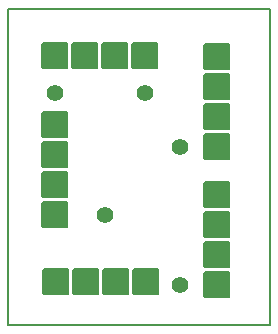
<source format=gbr>
G04 PROTEUS GERBER X2 FILE*
%TF.GenerationSoftware,Labcenter,Proteus,8.12-SP2-Build31155*%
%TF.CreationDate,2022-11-29T14:37:22+00:00*%
%TF.FileFunction,Soldermask,Top*%
%TF.FilePolarity,Negative*%
%TF.Part,Single*%
%TF.SameCoordinates,{cdb8bdd9-3100-4a82-a298-9d7ddda5625f}*%
%FSLAX45Y45*%
%MOMM*%
G01*
%TA.AperFunction,Material*%
%ADD17C,1.406400*%
%AMPPAD008*
4,1,36,
-1.143000,-1.016000,
-1.143000,1.016000,
-1.140470,1.041970,
-1.133200,1.065980,
-1.121650,1.087580,
-1.106290,1.106290,
-1.087570,1.121650,
-1.065980,1.133200,
-1.041970,1.140470,
-1.016000,1.143000,
1.016000,1.143000,
1.041970,1.140470,
1.065980,1.133200,
1.087570,1.121650,
1.106290,1.106290,
1.121650,1.087580,
1.133200,1.065980,
1.140470,1.041970,
1.143000,1.016000,
1.143000,-1.016000,
1.140470,-1.041970,
1.133200,-1.065980,
1.121650,-1.087580,
1.106290,-1.106290,
1.087570,-1.121650,
1.065980,-1.133200,
1.041970,-1.140470,
1.016000,-1.143000,
-1.016000,-1.143000,
-1.041970,-1.140470,
-1.065980,-1.133200,
-1.087570,-1.121650,
-1.106290,-1.106290,
-1.121650,-1.087580,
-1.133200,-1.065980,
-1.140470,-1.041970,
-1.143000,-1.016000,
0*%
%TA.AperFunction,Material*%
%ADD18PPAD008*%
%AMPPAD009*
4,1,36,
-1.016000,1.143000,
1.016000,1.143000,
1.041970,1.140470,
1.065980,1.133200,
1.087580,1.121650,
1.106290,1.106290,
1.121650,1.087570,
1.133200,1.065980,
1.140470,1.041970,
1.143000,1.016000,
1.143000,-1.016000,
1.140470,-1.041970,
1.133200,-1.065980,
1.121650,-1.087570,
1.106290,-1.106290,
1.087580,-1.121650,
1.065980,-1.133200,
1.041970,-1.140470,
1.016000,-1.143000,
-1.016000,-1.143000,
-1.041970,-1.140470,
-1.065980,-1.133200,
-1.087580,-1.121650,
-1.106290,-1.106290,
-1.121650,-1.087570,
-1.133200,-1.065980,
-1.140470,-1.041970,
-1.143000,-1.016000,
-1.143000,1.016000,
-1.140470,1.041970,
-1.133200,1.065980,
-1.121650,1.087570,
-1.106290,1.106290,
-1.087580,1.121650,
-1.065980,1.133200,
-1.041970,1.140470,
-1.016000,1.143000,
0*%
%ADD19PPAD009*%
%TA.AperFunction,Profile*%
%ADD15C,0.203200*%
%TD.AperFunction*%
D17*
X-4150727Y+3175303D03*
X-3090000Y+1548000D03*
X-3731313Y+2139911D03*
X-3388324Y+3176145D03*
X-3093489Y+2716380D03*
D18*
X-4150000Y+2140000D03*
X-4150000Y+2394000D03*
X-4150000Y+2648000D03*
X-4150000Y+2902000D03*
D19*
X-4150000Y+3490000D03*
X-3896000Y+3490000D03*
X-3642000Y+3490000D03*
X-3388000Y+3490000D03*
D18*
X-2780000Y+3480000D03*
X-2780000Y+3226000D03*
X-2780000Y+2972000D03*
X-2780000Y+2718000D03*
X-2780000Y+2310000D03*
X-2780000Y+2056000D03*
X-2780000Y+1802000D03*
X-2780000Y+1548000D03*
D19*
X-3380000Y+1570000D03*
X-3634000Y+1570000D03*
X-3888000Y+1570000D03*
X-4142000Y+1570000D03*
D15*
X-4550000Y+1210000D02*
X-2330000Y+1210000D01*
X-2330000Y+3881740D01*
X-4550000Y+3881740D01*
X-4550000Y+1210000D01*
M02*

</source>
